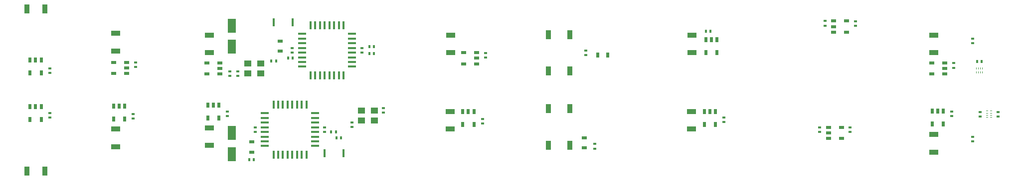
<source format=gtp>
%TF.GenerationSoftware,KiCad,Pcbnew,(2018-01-21 revision 6b9866de8)-makepkg*%
%TF.CreationDate,2018-04-10T17:10:11+02:00*%
%TF.ProjectId,Arm_interface_board_panel,41726D5F696E746572666163655F626F,rev?*%
%TF.SameCoordinates,Original*%
%TF.FileFunction,Paste,Top*%
%TF.FilePolarity,Positive*%
%FSLAX46Y46*%
G04 Gerber Fmt 4.6, Leading zero omitted, Abs format (unit mm)*
G04 Created by KiCad (PCBNEW (2018-01-21 revision 6b9866de8)-makepkg) date 04/10/18 17:10:11*
%MOMM*%
%LPD*%
G01*
G04 APERTURE LIST*
%ADD10R,0.397600X1.347600*%
%ADD11R,1.447600X0.397600*%
%ADD12R,0.397600X1.447600*%
%ADD13R,1.247600X1.047600*%
%ADD14R,0.497600X0.422600*%
%ADD15R,0.422600X0.497600*%
%ADD16R,1.647600X0.917600*%
%ADD17R,0.947600X1.647600*%
%ADD18R,0.497600X0.907600*%
%ADD19R,0.047600X0.377600*%
%ADD20R,0.907600X0.497600*%
%ADD21R,0.522600X0.097600*%
%ADD22R,0.097600X0.522600*%
%ADD23R,0.917600X1.647600*%
%ADD24R,1.447600X2.447600*%
%ADD25R,0.517600X0.847600*%
%ADD26R,0.847600X0.517600*%
%ADD27R,0.377600X0.047600*%
G04 APERTURE END LIST*
D10*
X111000000Y-85300000D03*
X114250000Y-85300000D03*
D11*
X115850000Y-87300000D03*
X115850000Y-88100000D03*
X115850000Y-88900000D03*
X115850000Y-89700000D03*
X115850000Y-90500000D03*
X115850000Y-91300000D03*
X115850000Y-92100000D03*
X115850000Y-92900000D03*
D12*
X117300000Y-94350000D03*
X118100000Y-94350000D03*
X118900000Y-94350000D03*
X119700000Y-94350000D03*
X120500000Y-94350000D03*
X121300000Y-94350000D03*
X122100000Y-94350000D03*
X122900000Y-94350000D03*
D11*
X124350000Y-92900000D03*
X124350000Y-92100000D03*
X124350000Y-91300000D03*
X124350000Y-90500000D03*
X124350000Y-89700000D03*
X124350000Y-88900000D03*
X124350000Y-88100000D03*
X124350000Y-87300000D03*
D12*
X122900000Y-85850000D03*
X122100000Y-85850000D03*
X121300000Y-85850000D03*
X120500000Y-85850000D03*
X119700000Y-85850000D03*
X118900000Y-85850000D03*
X118100000Y-85850000D03*
X117300000Y-85850000D03*
D13*
X108800000Y-92350000D03*
X106600000Y-92350000D03*
X106600000Y-94050000D03*
X108800000Y-94050000D03*
D14*
X73057300Y-93990300D03*
X73057300Y-93215300D03*
X114200000Y-90487500D03*
X114200000Y-89712500D03*
D15*
X110657300Y-91902800D03*
X111432300Y-91902800D03*
D14*
X104957300Y-93715300D03*
X104957300Y-94490300D03*
X204650000Y-85112500D03*
X204650000Y-85887500D03*
X209850000Y-85900000D03*
X209850000Y-85125000D03*
X126000000Y-90500000D03*
X126000000Y-89725000D03*
D15*
X230462500Y-92000000D03*
X231237500Y-92000000D03*
D14*
X229750000Y-88112500D03*
X229750000Y-88887500D03*
D15*
X128037500Y-89500000D03*
X127262500Y-89500000D03*
D14*
X87600000Y-92937500D03*
X87600000Y-92162500D03*
X103557300Y-93727800D03*
X103557300Y-94502800D03*
X147057300Y-91340300D03*
X147057300Y-90565300D03*
D15*
X184419800Y-86852800D03*
X185194800Y-86852800D03*
D14*
X226500000Y-93087500D03*
X226500000Y-92312500D03*
D15*
X128037500Y-90700000D03*
X127262500Y-90700000D03*
D16*
X84200000Y-90200000D03*
X84200000Y-87190000D03*
X100100000Y-87490000D03*
X100100000Y-90500000D03*
X141100000Y-90500000D03*
X141100000Y-87490000D03*
X182100000Y-87500000D03*
X182100000Y-90510000D03*
X223100000Y-90500000D03*
X223100000Y-87490000D03*
D17*
X157650000Y-93650000D03*
X157650000Y-87450000D03*
X161350000Y-93650000D03*
X161350000Y-87450000D03*
D18*
X71557300Y-94002800D03*
X69657300Y-94002800D03*
X69657300Y-91802800D03*
X70607300Y-91802800D03*
X71557300Y-91802800D03*
D19*
X231432300Y-93217800D03*
X231082300Y-93217800D03*
X230732300Y-93217800D03*
X230382300Y-93217800D03*
X230382300Y-93887800D03*
X230732300Y-93887800D03*
X231082300Y-93887800D03*
X231432300Y-93887800D03*
D20*
X208350000Y-85100000D03*
X208350000Y-87000000D03*
X206150000Y-87000000D03*
X206150000Y-86050000D03*
X206150000Y-85100000D03*
X86100000Y-94050000D03*
X86100000Y-93100000D03*
X86100000Y-92150000D03*
X83900000Y-92150000D03*
X83900000Y-94050000D03*
X99700000Y-94150000D03*
X99700000Y-92250000D03*
X101900000Y-92250000D03*
X101900000Y-93200000D03*
X101900000Y-94150000D03*
X145507300Y-92402800D03*
X145507300Y-91452800D03*
X145507300Y-90502800D03*
X143307300Y-90502800D03*
X143307300Y-92402800D03*
D18*
X186307300Y-90502800D03*
X184407300Y-90502800D03*
X184407300Y-88302800D03*
X185357300Y-88302800D03*
X186307300Y-88302800D03*
D20*
X225000000Y-94150000D03*
X225000000Y-93200000D03*
X225000000Y-92250000D03*
X222800000Y-92250000D03*
X222800000Y-94150000D03*
D21*
X226537500Y-88300000D03*
X226537500Y-88800000D03*
X226537500Y-87800000D03*
X228562500Y-88800000D03*
X228562500Y-88300000D03*
X228562500Y-87800000D03*
D22*
X226800000Y-89562500D03*
X227300000Y-89562500D03*
X227800000Y-89562500D03*
X228300000Y-89562500D03*
X228300000Y-87037500D03*
X227800000Y-87037500D03*
X227300000Y-87037500D03*
X226800000Y-87037500D03*
D23*
X72167300Y-83052800D03*
X69157300Y-83052800D03*
D24*
X103900000Y-85900000D03*
X103900000Y-89500000D03*
D25*
X166050000Y-90925000D03*
X167800000Y-90925000D03*
D14*
X164025000Y-90937500D03*
X164025000Y-90162500D03*
D26*
X112100000Y-88525000D03*
X112100000Y-90275000D03*
D15*
X113462500Y-91450000D03*
X114237500Y-91450000D03*
D13*
X125900000Y-102100000D03*
X128100000Y-102100000D03*
X128100000Y-100400000D03*
X125900000Y-100400000D03*
D14*
X103200000Y-101337500D03*
X103200000Y-100562500D03*
D10*
X122925000Y-107650000D03*
X119675000Y-107650000D03*
D11*
X118050000Y-106450000D03*
X118050000Y-105650000D03*
X118050000Y-104850000D03*
X118050000Y-104050000D03*
X118050000Y-103250000D03*
X118050000Y-102450000D03*
X118050000Y-101650000D03*
X118050000Y-100850000D03*
D12*
X116600000Y-99400000D03*
X115800000Y-99400000D03*
X115000000Y-99400000D03*
X114200000Y-99400000D03*
X113400000Y-99400000D03*
X112600000Y-99400000D03*
X111800000Y-99400000D03*
X111000000Y-99400000D03*
D11*
X109550000Y-100850000D03*
X109550000Y-101650000D03*
X109550000Y-102450000D03*
X109550000Y-103250000D03*
X109550000Y-104050000D03*
X109550000Y-104850000D03*
X109550000Y-105650000D03*
X109550000Y-106450000D03*
D12*
X111000000Y-107900000D03*
X111800000Y-107900000D03*
X112600000Y-107900000D03*
X113400000Y-107900000D03*
X114200000Y-107900000D03*
X115000000Y-107900000D03*
X115800000Y-107900000D03*
X116600000Y-107900000D03*
D14*
X73057300Y-101625000D03*
X73057300Y-100850000D03*
X119700000Y-103262500D03*
X119700000Y-104037500D03*
X124300000Y-103187500D03*
X124300000Y-102412500D03*
X129700000Y-100737500D03*
X129700000Y-99962500D03*
X203725000Y-103262500D03*
X203725000Y-104037500D03*
X208950000Y-104037500D03*
X208950000Y-103262500D03*
X107900000Y-103262500D03*
X107900000Y-104037500D03*
X231025000Y-101437500D03*
X231025000Y-100662500D03*
X229750000Y-104862500D03*
X229750000Y-105637500D03*
D15*
X121712500Y-105050000D03*
X122487500Y-105050000D03*
D14*
X87200000Y-100962500D03*
X87200000Y-101737500D03*
X146500000Y-101862500D03*
X146500000Y-102637500D03*
X187500000Y-102337500D03*
X187500000Y-101562500D03*
X226200000Y-100562500D03*
X226200000Y-101337500D03*
D15*
X120812500Y-104050000D03*
X121587500Y-104050000D03*
D16*
X84200000Y-103550000D03*
X84200000Y-106560000D03*
X100100000Y-106355000D03*
X100100000Y-103345000D03*
X141000000Y-100545000D03*
X141000000Y-103555000D03*
X182000000Y-103555000D03*
X182000000Y-100545000D03*
X223150000Y-104470000D03*
X223150000Y-107480000D03*
D17*
X157650000Y-106300000D03*
X157650000Y-100100000D03*
X161350000Y-106300000D03*
X161350000Y-100100000D03*
D18*
X71557300Y-101947200D03*
X69657300Y-101947200D03*
X69657300Y-99747200D03*
X70607300Y-99747200D03*
X71557300Y-99747200D03*
D27*
X232215000Y-100525000D03*
X232215000Y-100875000D03*
X232215000Y-101225000D03*
X232215000Y-101575000D03*
X232885000Y-101575000D03*
X232885000Y-101225000D03*
X232885000Y-100875000D03*
X232885000Y-100525000D03*
D20*
X207450000Y-103250000D03*
X207450000Y-105150000D03*
X205250000Y-105150000D03*
X205250000Y-104200000D03*
X205250000Y-103250000D03*
D18*
X85750000Y-99650000D03*
X84800000Y-99650000D03*
X83850000Y-99650000D03*
X83850000Y-101850000D03*
X85750000Y-101850000D03*
X101750000Y-101650000D03*
X99850000Y-101650000D03*
X99850000Y-99450000D03*
X100800000Y-99450000D03*
X101750000Y-99450000D03*
X145050000Y-100550000D03*
X144100000Y-100550000D03*
X143150000Y-100550000D03*
X143150000Y-102750000D03*
X145050000Y-102750000D03*
X186050000Y-102750000D03*
X184150000Y-102750000D03*
X184150000Y-100550000D03*
X185100000Y-100550000D03*
X186050000Y-100550000D03*
X224750000Y-100525000D03*
X223800000Y-100525000D03*
X222850000Y-100525000D03*
X222850000Y-102725000D03*
X224750000Y-102725000D03*
D21*
X226537500Y-105450000D03*
X226537500Y-105950000D03*
X226537500Y-104950000D03*
X228562500Y-105950000D03*
X228562500Y-105450000D03*
X228562500Y-104950000D03*
D22*
X226800000Y-106712500D03*
X227300000Y-106712500D03*
X227800000Y-106712500D03*
X228300000Y-106712500D03*
X228300000Y-104187500D03*
X227800000Y-104187500D03*
X227300000Y-104187500D03*
X226800000Y-104187500D03*
D23*
X72167300Y-110697200D03*
X69157300Y-110697200D03*
D24*
X103900000Y-107850000D03*
X103900000Y-104250000D03*
D26*
X163800000Y-106775000D03*
X163800000Y-105025000D03*
D14*
X165525000Y-106112500D03*
X165525000Y-106887500D03*
D26*
X107300000Y-105775000D03*
X107300000Y-107525000D03*
D15*
X107687500Y-108750000D03*
X106912500Y-108750000D03*
D14*
X234075000Y-100637500D03*
X234075000Y-101412500D03*
M02*

</source>
